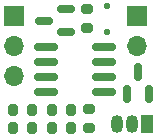
<source format=gbr>
%TF.GenerationSoftware,KiCad,Pcbnew,8.0.8*%
%TF.CreationDate,2025-02-15T21:23:54+01:00*%
%TF.ProjectId,universal_fan_ctrl,756e6976-6572-4736-916c-5f66616e5f63,rev?*%
%TF.SameCoordinates,Original*%
%TF.FileFunction,Soldermask,Top*%
%TF.FilePolarity,Negative*%
%FSLAX46Y46*%
G04 Gerber Fmt 4.6, Leading zero omitted, Abs format (unit mm)*
G04 Created by KiCad (PCBNEW 8.0.8) date 2025-02-15 21:23:54*
%MOMM*%
%LPD*%
G01*
G04 APERTURE LIST*
G04 Aperture macros list*
%AMRoundRect*
0 Rectangle with rounded corners*
0 $1 Rounding radius*
0 $2 $3 $4 $5 $6 $7 $8 $9 X,Y pos of 4 corners*
0 Add a 4 corners polygon primitive as box body*
4,1,4,$2,$3,$4,$5,$6,$7,$8,$9,$2,$3,0*
0 Add four circle primitives for the rounded corners*
1,1,$1+$1,$2,$3*
1,1,$1+$1,$4,$5*
1,1,$1+$1,$6,$7*
1,1,$1+$1,$8,$9*
0 Add four rect primitives between the rounded corners*
20,1,$1+$1,$2,$3,$4,$5,0*
20,1,$1+$1,$4,$5,$6,$7,0*
20,1,$1+$1,$6,$7,$8,$9,0*
20,1,$1+$1,$8,$9,$2,$3,0*%
G04 Aperture macros list end*
%ADD10RoundRect,0.125000X-0.125000X0.125000X-0.125000X-0.125000X0.125000X-0.125000X0.125000X0.125000X0*%
%ADD11RoundRect,0.150000X0.587500X0.150000X-0.587500X0.150000X-0.587500X-0.150000X0.587500X-0.150000X0*%
%ADD12R,1.700000X1.700000*%
%ADD13O,1.700000X1.700000*%
%ADD14R,1.050000X1.500000*%
%ADD15O,1.050000X1.500000*%
%ADD16RoundRect,0.150000X0.150000X-0.587500X0.150000X0.587500X-0.150000X0.587500X-0.150000X-0.587500X0*%
%ADD17RoundRect,0.200000X-0.275000X0.200000X-0.275000X-0.200000X0.275000X-0.200000X0.275000X0.200000X0*%
%ADD18RoundRect,0.200000X0.200000X0.275000X-0.200000X0.275000X-0.200000X-0.275000X0.200000X-0.275000X0*%
%ADD19RoundRect,0.200000X-0.200000X-0.275000X0.200000X-0.275000X0.200000X0.275000X-0.200000X0.275000X0*%
%ADD20RoundRect,0.200000X0.275000X-0.200000X0.275000X0.200000X-0.275000X0.200000X-0.275000X-0.200000X0*%
%ADD21RoundRect,0.150000X0.825000X0.150000X-0.825000X0.150000X-0.825000X-0.150000X0.825000X-0.150000X0*%
G04 APERTURE END LIST*
D10*
%TO.C,D2*%
X149300000Y-65600001D03*
X149300000Y-67799999D03*
%TD*%
D11*
%TO.C,U1*%
X145837500Y-67750000D03*
X145837500Y-65850000D03*
X143962499Y-66800000D03*
%TD*%
D12*
%TO.C,J1*%
X141400000Y-66400000D03*
D13*
X141400000Y-68940000D03*
X141400000Y-71479999D03*
%TD*%
D14*
%TO.C,U3*%
X152670001Y-75540001D03*
D15*
X151400000Y-75540001D03*
X150130001Y-75540001D03*
%TD*%
D16*
%TO.C,Q1*%
X150950000Y-73037500D03*
X152850000Y-73037500D03*
X151900000Y-71162499D03*
%TD*%
D17*
%TO.C,R5*%
X147800000Y-74275000D03*
X147800000Y-75925000D03*
%TD*%
D18*
%TO.C,Rtr1*%
X142975000Y-75900000D03*
X141325000Y-75900000D03*
%TD*%
D19*
%TO.C,R4*%
X141325000Y-74400000D03*
X142975000Y-74400000D03*
%TD*%
D18*
%TO.C,R3*%
X146275000Y-74400000D03*
X144625000Y-74400000D03*
%TD*%
D19*
%TO.C,Rmt1*%
X144625000Y-75900000D03*
X146275000Y-75900000D03*
%TD*%
D12*
%TO.C,J2*%
X151800000Y-66400000D03*
D13*
X151800000Y-68940000D03*
%TD*%
D20*
%TO.C,C2*%
X147600000Y-67425000D03*
X147600000Y-65775000D03*
%TD*%
D21*
%TO.C,U2*%
X149075000Y-72805000D03*
X149075000Y-71535000D03*
X149075000Y-70265000D03*
X149075000Y-68995000D03*
X144125000Y-68995000D03*
X144125000Y-70265000D03*
X144125000Y-71535000D03*
X144125000Y-72805000D03*
%TD*%
M02*

</source>
